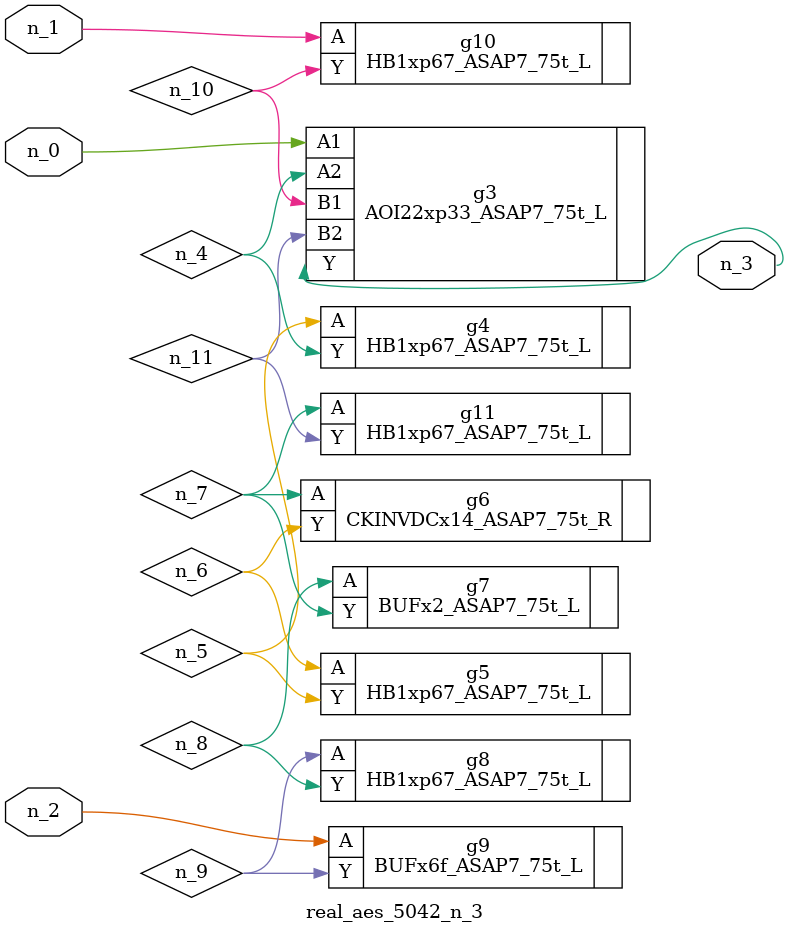
<source format=v>
module real_aes_5042_n_3 (n_0, n_2, n_1, n_3);
input n_0;
input n_2;
input n_1;
output n_3;
wire n_4;
wire n_5;
wire n_7;
wire n_8;
wire n_6;
wire n_9;
wire n_10;
wire n_11;
AOI22xp33_ASAP7_75t_L g3 ( .A1(n_0), .A2(n_4), .B1(n_10), .B2(n_11), .Y(n_3) );
HB1xp67_ASAP7_75t_L g10 ( .A(n_1), .Y(n_10) );
BUFx6f_ASAP7_75t_L g9 ( .A(n_2), .Y(n_9) );
HB1xp67_ASAP7_75t_L g4 ( .A(n_5), .Y(n_4) );
HB1xp67_ASAP7_75t_L g5 ( .A(n_6), .Y(n_5) );
CKINVDCx14_ASAP7_75t_R g6 ( .A(n_7), .Y(n_6) );
HB1xp67_ASAP7_75t_L g11 ( .A(n_7), .Y(n_11) );
BUFx2_ASAP7_75t_L g7 ( .A(n_8), .Y(n_7) );
HB1xp67_ASAP7_75t_L g8 ( .A(n_9), .Y(n_8) );
endmodule
</source>
